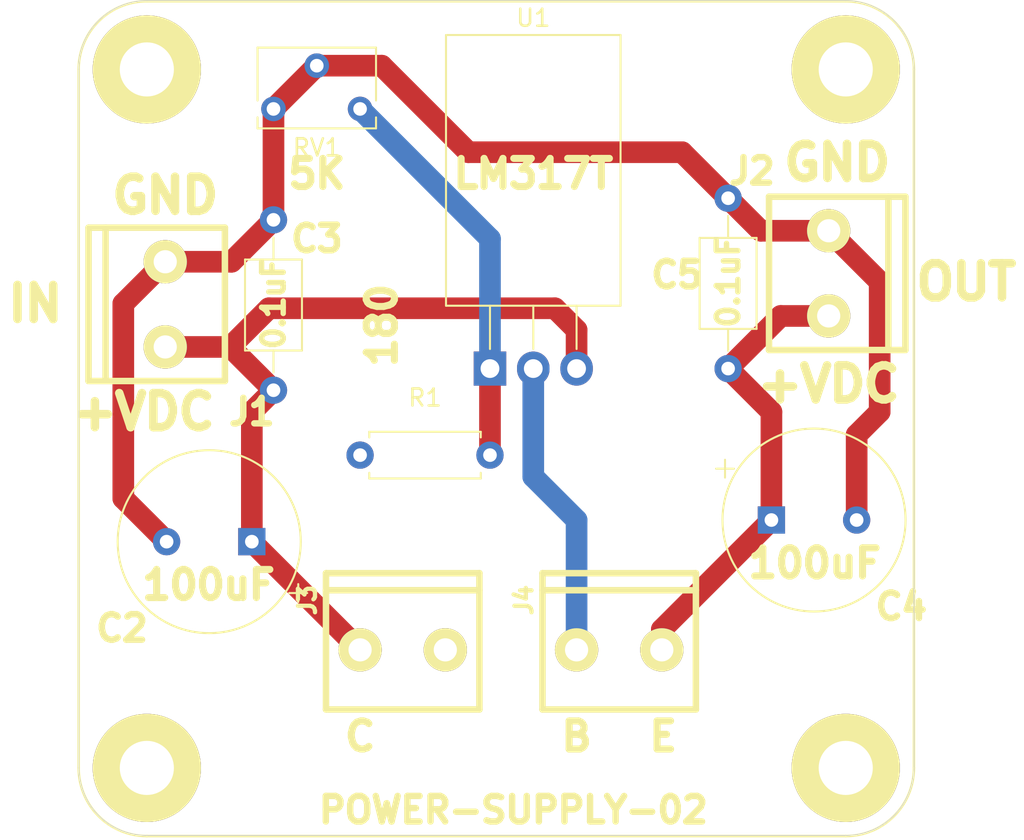
<source format=kicad_pcb>
(kicad_pcb (version 20171130) (host pcbnew "(5.1.0)-1")

  (general
    (thickness 1.6)
    (drawings 25)
    (tracks 38)
    (zones 0)
    (modules 12)
    (nets 6)
  )

  (page A4)
  (layers
    (0 F.Cu signal)
    (31 B.Cu signal)
    (32 B.Adhes user hide)
    (33 F.Adhes user hide)
    (34 B.Paste user hide)
    (35 F.Paste user hide)
    (36 B.SilkS user)
    (37 F.SilkS user)
    (38 B.Mask user)
    (39 F.Mask user)
    (40 Dwgs.User user)
    (41 Cmts.User user)
    (42 Eco1.User user hide)
    (43 Eco2.User user hide)
    (44 Edge.Cuts user)
    (45 Margin user hide)
    (46 B.CrtYd user hide)
    (47 F.CrtYd user hide)
    (48 B.Fab user hide)
    (49 F.Fab user hide)
  )

  (setup
    (last_trace_width 1.27)
    (user_trace_width 0.635)
    (user_trace_width 1.27)
    (trace_clearance 0.2)
    (zone_clearance 0.508)
    (zone_45_only no)
    (trace_min 0.2)
    (via_size 0.8)
    (via_drill 0.4)
    (via_min_size 0.4)
    (via_min_drill 0.3)
    (uvia_size 0.3)
    (uvia_drill 0.1)
    (uvias_allowed no)
    (uvia_min_size 0.2)
    (uvia_min_drill 0.1)
    (edge_width 0.05)
    (segment_width 0.2)
    (pcb_text_width 0.3)
    (pcb_text_size 1.5 1.5)
    (mod_edge_width 0.12)
    (mod_text_size 1 1)
    (mod_text_width 0.15)
    (pad_size 1.524 1.524)
    (pad_drill 0.762)
    (pad_to_mask_clearance 0.051)
    (solder_mask_min_width 0.25)
    (aux_axis_origin 0 0)
    (visible_elements 7FFFEF7F)
    (pcbplotparams
      (layerselection 0x010fc_ffffffff)
      (usegerberextensions false)
      (usegerberattributes false)
      (usegerberadvancedattributes false)
      (creategerberjobfile false)
      (excludeedgelayer true)
      (linewidth 0.100000)
      (plotframeref false)
      (viasonmask false)
      (mode 1)
      (useauxorigin false)
      (hpglpennumber 1)
      (hpglpenspeed 20)
      (hpglpendiameter 15.000000)
      (psnegative false)
      (psa4output false)
      (plotreference true)
      (plotvalue true)
      (plotinvisibletext false)
      (padsonsilk false)
      (subtractmaskfromsilk false)
      (outputformat 1)
      (mirror false)
      (drillshape 0)
      (scaleselection 1)
      (outputdirectory "plots/"))
  )

  (net 0 "")
  (net 1 /GND)
  (net 2 /Vin)
  (net 3 /Vout)
  (net 4 /B)
  (net 5 /ADJ)

  (net_class Default "This is the default net class."
    (clearance 0.2)
    (trace_width 0.25)
    (via_dia 0.8)
    (via_drill 0.4)
    (uvia_dia 0.3)
    (uvia_drill 0.1)
    (add_net /ADJ)
    (add_net /B)
    (add_net /GND)
    (add_net /Vin)
    (add_net /Vout)
  )

  (module Resistor_THT:R_Axial_DIN0207_L6.3mm_D2.5mm_P7.62mm_Horizontal (layer F.Cu) (tedit 5AE5139B) (tstamp 5FC3A33C)
    (at 16.51 26.67)
    (descr "Resistor, Axial_DIN0207 series, Axial, Horizontal, pin pitch=7.62mm, 0.25W = 1/4W, length*diameter=6.3*2.5mm^2, http://cdn-reichelt.de/documents/datenblatt/B400/1_4W%23YAG.pdf")
    (tags "Resistor Axial_DIN0207 series Axial Horizontal pin pitch 7.62mm 0.25W = 1/4W length 6.3mm diameter 2.5mm")
    (path /5FC3F763)
    (fp_text reference R1 (at 3.81 -3.37) (layer F.SilkS)
      (effects (font (size 1 1) (thickness 0.15)))
    )
    (fp_text value 180 (at 7.62 3.37) (layer F.Fab)
      (effects (font (size 1 1) (thickness 0.15)))
    )
    (fp_text user %R (at 7.62 0) (layer F.Fab)
      (effects (font (size 1 1) (thickness 0.15)))
    )
    (fp_line (start 8.67 -1.5) (end -1.05 -1.5) (layer F.CrtYd) (width 0.05))
    (fp_line (start 8.67 1.5) (end 8.67 -1.5) (layer F.CrtYd) (width 0.05))
    (fp_line (start -1.05 1.5) (end 8.67 1.5) (layer F.CrtYd) (width 0.05))
    (fp_line (start -1.05 -1.5) (end -1.05 1.5) (layer F.CrtYd) (width 0.05))
    (fp_line (start 7.08 1.37) (end 7.08 1.04) (layer F.SilkS) (width 0.12))
    (fp_line (start 0.54 1.37) (end 7.08 1.37) (layer F.SilkS) (width 0.12))
    (fp_line (start 0.54 1.04) (end 0.54 1.37) (layer F.SilkS) (width 0.12))
    (fp_line (start 7.08 -1.37) (end 7.08 -1.04) (layer F.SilkS) (width 0.12))
    (fp_line (start 0.54 -1.37) (end 7.08 -1.37) (layer F.SilkS) (width 0.12))
    (fp_line (start 0.54 -1.04) (end 0.54 -1.37) (layer F.SilkS) (width 0.12))
    (fp_line (start 7.62 0) (end 6.96 0) (layer F.Fab) (width 0.1))
    (fp_line (start 0 0) (end 0.66 0) (layer F.Fab) (width 0.1))
    (fp_line (start 6.96 -1.25) (end 0.66 -1.25) (layer F.Fab) (width 0.1))
    (fp_line (start 6.96 1.25) (end 6.96 -1.25) (layer F.Fab) (width 0.1))
    (fp_line (start 0.66 1.25) (end 6.96 1.25) (layer F.Fab) (width 0.1))
    (fp_line (start 0.66 -1.25) (end 0.66 1.25) (layer F.Fab) (width 0.1))
    (pad 2 thru_hole oval (at 7.62 0) (size 1.6 1.6) (drill 0.8) (layers *.Cu *.Mask)
      (net 5 /ADJ))
    (pad 1 thru_hole circle (at 0 0) (size 1.6 1.6) (drill 0.8) (layers *.Cu *.Mask)
      (net 4 /B))
    (model ${KISYS3DMOD}/Resistor_THT.3dshapes/R_Axial_DIN0207_L6.3mm_D2.5mm_P7.62mm_Horizontal.wrl
      (at (xyz 0 0 0))
      (scale (xyz 1 1 1))
      (rotate (xyz 0 0 0))
    )
  )

  (module Package_TO_SOT_THT:TO-220-3_Horizontal_TabDown (layer F.Cu) (tedit 5AC8BA0D) (tstamp 5FC410E7)
    (at 24.13 21.59)
    (descr "TO-220-3, Horizontal, RM 2.54mm, see https://www.vishay.com/docs/66542/to-220-1.pdf")
    (tags "TO-220-3 Horizontal RM 2.54mm")
    (path /5FC3B221)
    (fp_text reference U1 (at 2.54 -20.58) (layer F.SilkS)
      (effects (font (size 1 1) (thickness 0.15)))
    )
    (fp_text value LM317T_TO220 (at 2.54 2) (layer F.Fab)
      (effects (font (size 1 1) (thickness 0.15)))
    )
    (fp_circle (center 2.54 -16.66) (end 4.39 -16.66) (layer F.Fab) (width 0.1))
    (fp_line (start -2.46 -13.06) (end -2.46 -19.46) (layer F.Fab) (width 0.1))
    (fp_line (start -2.46 -19.46) (end 7.54 -19.46) (layer F.Fab) (width 0.1))
    (fp_line (start 7.54 -19.46) (end 7.54 -13.06) (layer F.Fab) (width 0.1))
    (fp_line (start 7.54 -13.06) (end -2.46 -13.06) (layer F.Fab) (width 0.1))
    (fp_line (start -2.46 -3.81) (end -2.46 -13.06) (layer F.Fab) (width 0.1))
    (fp_line (start -2.46 -13.06) (end 7.54 -13.06) (layer F.Fab) (width 0.1))
    (fp_line (start 7.54 -13.06) (end 7.54 -3.81) (layer F.Fab) (width 0.1))
    (fp_line (start 7.54 -3.81) (end -2.46 -3.81) (layer F.Fab) (width 0.1))
    (fp_line (start 0 -3.81) (end 0 0) (layer F.Fab) (width 0.1))
    (fp_line (start 2.54 -3.81) (end 2.54 0) (layer F.Fab) (width 0.1))
    (fp_line (start 5.08 -3.81) (end 5.08 0) (layer F.Fab) (width 0.1))
    (fp_line (start -2.58 -3.69) (end 7.66 -3.69) (layer F.SilkS) (width 0.12))
    (fp_line (start -2.58 -19.58) (end 7.66 -19.58) (layer F.SilkS) (width 0.12))
    (fp_line (start -2.58 -19.58) (end -2.58 -3.69) (layer F.SilkS) (width 0.12))
    (fp_line (start 7.66 -19.58) (end 7.66 -3.69) (layer F.SilkS) (width 0.12))
    (fp_line (start 0 -3.69) (end 0 -1.15) (layer F.SilkS) (width 0.12))
    (fp_line (start 2.54 -3.69) (end 2.54 -1.15) (layer F.SilkS) (width 0.12))
    (fp_line (start 5.08 -3.69) (end 5.08 -1.15) (layer F.SilkS) (width 0.12))
    (fp_line (start -2.71 -19.71) (end -2.71 1.25) (layer F.CrtYd) (width 0.05))
    (fp_line (start -2.71 1.25) (end 7.79 1.25) (layer F.CrtYd) (width 0.05))
    (fp_line (start 7.79 1.25) (end 7.79 -19.71) (layer F.CrtYd) (width 0.05))
    (fp_line (start 7.79 -19.71) (end -2.71 -19.71) (layer F.CrtYd) (width 0.05))
    (fp_text user %R (at 2.54 -20.58) (layer F.Fab)
      (effects (font (size 1 1) (thickness 0.15)))
    )
    (pad "" np_thru_hole oval (at 2.54 -16.66) (size 3.5 3.5) (drill 3.5) (layers *.Cu *.Mask))
    (pad 1 thru_hole rect (at 0 0) (size 1.905 2) (drill 1.1) (layers *.Cu *.Mask)
      (net 5 /ADJ))
    (pad 2 thru_hole oval (at 2.54 0) (size 1.905 2) (drill 1.1) (layers *.Cu *.Mask)
      (net 4 /B))
    (pad 3 thru_hole oval (at 5.08 0) (size 1.905 2) (drill 1.1) (layers *.Cu *.Mask)
      (net 2 /Vin))
    (model ${KISYS3DMOD}/Package_TO_SOT_THT.3dshapes/TO-220-3_Horizontal_TabDown.wrl
      (at (xyz 0 0 0))
      (scale (xyz 1 1 1))
      (rotate (xyz 0 0 0))
    )
  )

  (module Capacitor_THT:CP_Radial_Tantal_D10.5mm_P5.00mm (layer F.Cu) (tedit 5AE50EF0) (tstamp 5F79B9EF)
    (at 10.16 31.75 180)
    (descr "CP, Radial_Tantal series, Radial, pin pitch=5.00mm, , diameter=10.5mm, Tantal Electrolytic Capacitor, http://cdn-reichelt.de/documents/datenblatt/B300/TANTAL-TB-Serie%23.pdf")
    (tags "CP Radial_Tantal series Radial pin pitch 5.00mm  diameter 10.5mm Tantal Electrolytic Capacitor")
    (path /5F79D6B1)
    (fp_text reference C2 (at 7.62 -5.08) (layer F.SilkS)
      (effects (font (size 1.5 1.5) (thickness 0.45)))
    )
    (fp_text value 10uF (at 2.5 6.5) (layer F.Fab)
      (effects (font (size 1 1) (thickness 0.15)))
    )
    (fp_text user %R (at 2.5 0) (layer F.SilkS) hide
      (effects (font (size 1.5 1.5) (thickness 0.375)))
    )
    (fp_line (start -2.722133 -3.54) (end -2.722133 -2.49) (layer F.SilkS) (width 0.12))
    (fp_line (start -3.247133 -3.015) (end -2.197133 -3.015) (layer F.SilkS) (width 0.12))
    (fp_line (start -1.479387 -2.8225) (end -1.479387 -1.7725) (layer F.Fab) (width 0.1))
    (fp_line (start -2.004387 -2.2975) (end -0.954387 -2.2975) (layer F.Fab) (width 0.1))
    (fp_circle (center 2.5 0) (end 8 0) (layer F.CrtYd) (width 0.05))
    (fp_circle (center 2.5 0) (end 7.87 0) (layer F.SilkS) (width 0.12))
    (fp_circle (center 2.5 0) (end 7.75 0) (layer F.Fab) (width 0.1))
    (pad 2 thru_hole circle (at 5 0 180) (size 1.6 1.6) (drill 0.8) (layers *.Cu *.Mask)
      (net 1 /GND))
    (pad 1 thru_hole rect (at 0 0 180) (size 1.6 1.6) (drill 0.8) (layers *.Cu *.Mask)
      (net 2 /Vin))
    (model ${KISYS3DMOD}/Capacitor_THT.3dshapes/CP_Radial_Tantal_D10.5mm_P5.00mm.wrl
      (at (xyz 0 0 0))
      (scale (xyz 1 1 1))
      (rotate (xyz 0 0 0))
    )
  )

  (module Capacitor_THT:C_Axial_L5.1mm_D3.1mm_P10.00mm_Horizontal (layer F.Cu) (tedit 5AE50EF0) (tstamp 5F79BA06)
    (at 11.43 22.86 90)
    (descr "C, Axial series, Axial, Horizontal, pin pitch=10mm, , length*diameter=5.1*3.1mm^2, http://www.vishay.com/docs/45231/arseries.pdf")
    (tags "C Axial series Axial Horizontal pin pitch 10mm  length 5.1mm diameter 3.1mm")
    (path /5F79E297)
    (fp_text reference C3 (at 8.89 2.54 180) (layer F.SilkS)
      (effects (font (size 1.5 1.5) (thickness 0.45)))
    )
    (fp_text value 0.1uF (at 5 2.67 90) (layer F.Fab)
      (effects (font (size 1 1) (thickness 0.15)))
    )
    (fp_line (start 2.45 -1.55) (end 2.45 1.55) (layer F.Fab) (width 0.1))
    (fp_line (start 2.45 1.55) (end 7.55 1.55) (layer F.Fab) (width 0.1))
    (fp_line (start 7.55 1.55) (end 7.55 -1.55) (layer F.Fab) (width 0.1))
    (fp_line (start 7.55 -1.55) (end 2.45 -1.55) (layer F.Fab) (width 0.1))
    (fp_line (start 0 0) (end 2.45 0) (layer F.Fab) (width 0.1))
    (fp_line (start 10 0) (end 7.55 0) (layer F.Fab) (width 0.1))
    (fp_line (start 2.33 -1.67) (end 2.33 1.67) (layer F.SilkS) (width 0.12))
    (fp_line (start 2.33 1.67) (end 7.67 1.67) (layer F.SilkS) (width 0.12))
    (fp_line (start 7.67 1.67) (end 7.67 -1.67) (layer F.SilkS) (width 0.12))
    (fp_line (start 7.67 -1.67) (end 2.33 -1.67) (layer F.SilkS) (width 0.12))
    (fp_line (start 1.04 0) (end 2.33 0) (layer F.SilkS) (width 0.12))
    (fp_line (start 8.96 0) (end 7.67 0) (layer F.SilkS) (width 0.12))
    (fp_line (start -1.05 -1.8) (end -1.05 1.8) (layer F.CrtYd) (width 0.05))
    (fp_line (start -1.05 1.8) (end 11.05 1.8) (layer F.CrtYd) (width 0.05))
    (fp_line (start 11.05 1.8) (end 11.05 -1.8) (layer F.CrtYd) (width 0.05))
    (fp_line (start 11.05 -1.8) (end -1.05 -1.8) (layer F.CrtYd) (width 0.05))
    (fp_text user %R (at 5 0 90) (layer F.SilkS) hide
      (effects (font (size 1.5 1.5) (thickness 0.375)))
    )
    (pad 1 thru_hole circle (at 0 0 90) (size 1.6 1.6) (drill 0.8) (layers *.Cu *.Mask)
      (net 2 /Vin))
    (pad 2 thru_hole oval (at 10 0 90) (size 1.6 1.6) (drill 0.8) (layers *.Cu *.Mask)
      (net 1 /GND))
    (model ${KISYS3DMOD}/Capacitor_THT.3dshapes/C_Axial_L5.1mm_D3.1mm_P10.00mm_Horizontal.wrl
      (at (xyz 0 0 0))
      (scale (xyz 1 1 1))
      (rotate (xyz 0 0 0))
    )
  )

  (module Capacitor_THT:CP_Radial_Tantal_D10.5mm_P5.00mm (layer F.Cu) (tedit 5AE50EF0) (tstamp 5F79BA14)
    (at 40.64 30.48)
    (descr "CP, Radial_Tantal series, Radial, pin pitch=5.00mm, , diameter=10.5mm, Tantal Electrolytic Capacitor, http://cdn-reichelt.de/documents/datenblatt/B300/TANTAL-TB-Serie%23.pdf")
    (tags "CP Radial_Tantal series Radial pin pitch 5.00mm  diameter 10.5mm Tantal Electrolytic Capacitor")
    (path /5F7A7FA6)
    (fp_text reference C4 (at 7.62 5.08) (layer F.SilkS)
      (effects (font (size 1.5 1.5) (thickness 0.45)))
    )
    (fp_text value 100uF (at 2.5 6.5) (layer F.Fab)
      (effects (font (size 1 1) (thickness 0.15)))
    )
    (fp_circle (center 2.5 0) (end 7.75 0) (layer F.Fab) (width 0.1))
    (fp_circle (center 2.5 0) (end 7.87 0) (layer F.SilkS) (width 0.12))
    (fp_circle (center 2.5 0) (end 8 0) (layer F.CrtYd) (width 0.05))
    (fp_line (start -2.004387 -2.2975) (end -0.954387 -2.2975) (layer F.Fab) (width 0.1))
    (fp_line (start -1.479387 -2.8225) (end -1.479387 -1.7725) (layer F.Fab) (width 0.1))
    (fp_line (start -3.247133 -3.015) (end -2.197133 -3.015) (layer F.SilkS) (width 0.12))
    (fp_line (start -2.722133 -3.54) (end -2.722133 -2.49) (layer F.SilkS) (width 0.12))
    (fp_text user %R (at 2.5 0) (layer F.SilkS) hide
      (effects (font (size 1.5 1.5) (thickness 0.375)))
    )
    (pad 1 thru_hole rect (at 0 0) (size 1.6 1.6) (drill 0.8) (layers *.Cu *.Mask)
      (net 3 /Vout))
    (pad 2 thru_hole circle (at 5 0) (size 1.6 1.6) (drill 0.8) (layers *.Cu *.Mask)
      (net 1 /GND))
    (model ${KISYS3DMOD}/Capacitor_THT.3dshapes/CP_Radial_Tantal_D10.5mm_P5.00mm.wrl
      (at (xyz 0 0 0))
      (scale (xyz 1 1 1))
      (rotate (xyz 0 0 0))
    )
  )

  (module Capacitor_THT:C_Axial_L5.1mm_D3.1mm_P10.00mm_Horizontal (layer F.Cu) (tedit 5AE50EF0) (tstamp 5F79BA2B)
    (at 38.1 21.59 90)
    (descr "C, Axial series, Axial, Horizontal, pin pitch=10mm, , length*diameter=5.1*3.1mm^2, http://www.vishay.com/docs/45231/arseries.pdf")
    (tags "C Axial series Axial Horizontal pin pitch 10mm  length 5.1mm diameter 3.1mm")
    (path /5F7A947D)
    (fp_text reference C5 (at 5.5 -3 180) (layer F.SilkS)
      (effects (font (size 1.5 1.5) (thickness 0.45)))
    )
    (fp_text value 0.1uF (at 5 2.67 90) (layer F.Fab)
      (effects (font (size 1 1) (thickness 0.15)))
    )
    (fp_text user %R (at 5 0 90) (layer F.SilkS) hide
      (effects (font (size 1.5 1.5) (thickness 0.375)))
    )
    (fp_line (start 11.05 -1.8) (end -1.05 -1.8) (layer F.CrtYd) (width 0.05))
    (fp_line (start 11.05 1.8) (end 11.05 -1.8) (layer F.CrtYd) (width 0.05))
    (fp_line (start -1.05 1.8) (end 11.05 1.8) (layer F.CrtYd) (width 0.05))
    (fp_line (start -1.05 -1.8) (end -1.05 1.8) (layer F.CrtYd) (width 0.05))
    (fp_line (start 8.96 0) (end 7.67 0) (layer F.SilkS) (width 0.12))
    (fp_line (start 1.04 0) (end 2.33 0) (layer F.SilkS) (width 0.12))
    (fp_line (start 7.67 -1.67) (end 2.33 -1.67) (layer F.SilkS) (width 0.12))
    (fp_line (start 7.67 1.67) (end 7.67 -1.67) (layer F.SilkS) (width 0.12))
    (fp_line (start 2.33 1.67) (end 7.67 1.67) (layer F.SilkS) (width 0.12))
    (fp_line (start 2.33 -1.67) (end 2.33 1.67) (layer F.SilkS) (width 0.12))
    (fp_line (start 10 0) (end 7.55 0) (layer F.Fab) (width 0.1))
    (fp_line (start 0 0) (end 2.45 0) (layer F.Fab) (width 0.1))
    (fp_line (start 7.55 -1.55) (end 2.45 -1.55) (layer F.Fab) (width 0.1))
    (fp_line (start 7.55 1.55) (end 7.55 -1.55) (layer F.Fab) (width 0.1))
    (fp_line (start 2.45 1.55) (end 7.55 1.55) (layer F.Fab) (width 0.1))
    (fp_line (start 2.45 -1.55) (end 2.45 1.55) (layer F.Fab) (width 0.1))
    (pad 2 thru_hole oval (at 10 0 90) (size 1.6 1.6) (drill 0.8) (layers *.Cu *.Mask)
      (net 1 /GND))
    (pad 1 thru_hole circle (at 0 0 90) (size 1.6 1.6) (drill 0.8) (layers *.Cu *.Mask)
      (net 3 /Vout))
    (model ${KISYS3DMOD}/Capacitor_THT.3dshapes/C_Axial_L5.1mm_D3.1mm_P10.00mm_Horizontal.wrl
      (at (xyz 0 0 0))
      (scale (xyz 1 1 1))
      (rotate (xyz 0 0 0))
    )
  )

  (module LandBoards_Conns:TB2-5MM (layer F.Cu) (tedit 5CF902C9) (tstamp 5F79BAB6)
    (at 5.08 20.32 90)
    (path /5F7A0325)
    (fp_text reference J1 (at -3.81 5.08) (layer F.SilkS)
      (effects (font (size 1.5 1.5) (thickness 0.45)))
    )
    (fp_text value Conn_01x02 (at 2 5 90) (layer F.SilkS) hide
      (effects (font (size 1.524 1.524) (thickness 0.3048)))
    )
    (fp_line (start -2 -4.5) (end -2 3.5) (layer F.SilkS) (width 0.381))
    (fp_line (start 7 -4.5) (end 7 3.5) (layer F.SilkS) (width 0.381))
    (fp_line (start -2 3.5) (end 7 3.5) (layer F.SilkS) (width 0.381))
    (fp_line (start -2 -3.5) (end 7 -3.5) (layer F.SilkS) (width 0.381))
    (fp_line (start -2 -4.5) (end 7 -4.5) (layer F.SilkS) (width 0.381))
    (fp_line (start -2.27 -4.8) (end 7.25 -4.8) (layer F.CrtYd) (width 0.05))
    (fp_line (start 7.25 -4.8) (end 7.25 3.76) (layer F.CrtYd) (width 0.05))
    (fp_line (start 7.25 3.76) (end -2.27 3.76) (layer F.CrtYd) (width 0.05))
    (fp_line (start -2.27 3.76) (end -2.27 -4.8) (layer F.CrtYd) (width 0.05))
    (pad 1 thru_hole circle (at 0 0 90) (size 2.54 2.54) (drill 1.3589) (layers *.Cu *.Mask F.SilkS)
      (net 2 /Vin))
    (pad 2 thru_hole circle (at 5 0 90) (size 2.54 2.54) (drill 1.3589) (layers *.Cu *.Mask F.SilkS)
      (net 1 /GND))
  )

  (module LandBoards_Conns:TB2-5MM (layer F.Cu) (tedit 5CF902C9) (tstamp 5F79BAC5)
    (at 44 13.5 270)
    (path /5F79F8CF)
    (fp_text reference J2 (at -3.5 4.5) (layer F.SilkS)
      (effects (font (size 1.5 1.5) (thickness 0.45)))
    )
    (fp_text value Conn_01x02 (at 2 5 90) (layer F.SilkS) hide
      (effects (font (size 1.524 1.524) (thickness 0.3048)))
    )
    (fp_line (start -2.27 3.76) (end -2.27 -4.8) (layer F.CrtYd) (width 0.05))
    (fp_line (start 7.25 3.76) (end -2.27 3.76) (layer F.CrtYd) (width 0.05))
    (fp_line (start 7.25 -4.8) (end 7.25 3.76) (layer F.CrtYd) (width 0.05))
    (fp_line (start -2.27 -4.8) (end 7.25 -4.8) (layer F.CrtYd) (width 0.05))
    (fp_line (start -2 -4.5) (end 7 -4.5) (layer F.SilkS) (width 0.381))
    (fp_line (start -2 -3.5) (end 7 -3.5) (layer F.SilkS) (width 0.381))
    (fp_line (start -2 3.5) (end 7 3.5) (layer F.SilkS) (width 0.381))
    (fp_line (start 7 -4.5) (end 7 3.5) (layer F.SilkS) (width 0.381))
    (fp_line (start -2 -4.5) (end -2 3.5) (layer F.SilkS) (width 0.381))
    (pad 2 thru_hole circle (at 5 0 270) (size 2.54 2.54) (drill 1.3589) (layers *.Cu *.Mask F.SilkS)
      (net 3 /Vout))
    (pad 1 thru_hole circle (at 0 0 270) (size 2.54 2.54) (drill 1.3589) (layers *.Cu *.Mask F.SilkS)
      (net 1 /GND))
  )

  (module LandBoards_BoardOutlines:BD-49X49 (layer F.Cu) (tedit 524856E1) (tstamp 5F7A1A77)
    (at 0 49.03)
    (path /5F7B1D56)
    (fp_text reference B1 (at 0 1) (layer F.SilkS) hide
      (effects (font (size 1.5 1.5) (thickness 0.45)))
    )
    (fp_text value COUPON (at 0 0) (layer F.SilkS) hide
      (effects (font (size 1 1) (thickness 0.15)))
    )
    (fp_line (start 4 0) (end 45 0) (layer F.SilkS) (width 0.15))
    (fp_line (start 0 -45) (end 0 -4) (layer F.SilkS) (width 0.15))
    (fp_line (start 45 -49) (end 4 -49) (layer F.SilkS) (width 0.15))
    (fp_line (start 49 -4) (end 49 -45) (layer F.SilkS) (width 0.15))
    (fp_arc (start 4 -4) (end 4 0) (angle 90) (layer F.SilkS) (width 0.15))
    (fp_arc (start 45 -4) (end 49 -4) (angle 90) (layer F.SilkS) (width 0.15))
    (fp_arc (start 45 -45) (end 45 -49) (angle 90) (layer F.SilkS) (width 0.15))
    (fp_arc (start 4 -45) (end 0 -45) (angle 90) (layer F.SilkS) (width 0.15))
    (pad 1 thru_hole circle (at 4 -45) (size 6.35 6.35) (drill 3.175) (layers *.Cu *.Mask F.SilkS))
    (pad 2 thru_hole circle (at 45 -45) (size 6.35 6.35) (drill 3.175) (layers *.Cu *.Mask F.SilkS))
    (pad 3 thru_hole circle (at 4 -4) (size 6.35 6.35) (drill 3.175) (layers *.Cu *.Mask F.SilkS))
    (pad 4 thru_hole circle (at 45 -4) (size 6.35 6.35) (drill 3.175) (layers *.Cu *.Mask F.SilkS))
  )

  (module LandBoards_Conns:TB2-5MM (layer F.Cu) (tedit 5CF902C9) (tstamp 5FC3A316)
    (at 16.51 38.1)
    (path /5FC45EE3)
    (fp_text reference J3 (at -3.095 -2.92 90) (layer F.SilkS)
      (effects (font (size 1 1) (thickness 0.25)))
    )
    (fp_text value Conn_01x02 (at 2 5) (layer F.SilkS) hide
      (effects (font (size 1.524 1.524) (thickness 0.3048)))
    )
    (fp_line (start -2 -4.5) (end -2 3.5) (layer F.SilkS) (width 0.381))
    (fp_line (start 7 -4.5) (end 7 3.5) (layer F.SilkS) (width 0.381))
    (fp_line (start -2 3.5) (end 7 3.5) (layer F.SilkS) (width 0.381))
    (fp_line (start -2 -3.5) (end 7 -3.5) (layer F.SilkS) (width 0.381))
    (fp_line (start -2 -4.5) (end 7 -4.5) (layer F.SilkS) (width 0.381))
    (fp_line (start -2.27 -4.8) (end 7.25 -4.8) (layer F.CrtYd) (width 0.05))
    (fp_line (start 7.25 -4.8) (end 7.25 3.76) (layer F.CrtYd) (width 0.05))
    (fp_line (start 7.25 3.76) (end -2.27 3.76) (layer F.CrtYd) (width 0.05))
    (fp_line (start -2.27 3.76) (end -2.27 -4.8) (layer F.CrtYd) (width 0.05))
    (pad 1 thru_hole circle (at 0 0) (size 2.54 2.54) (drill 1.3589) (layers *.Cu *.Mask F.SilkS)
      (net 2 /Vin))
    (pad 2 thru_hole circle (at 5 0) (size 2.54 2.54) (drill 1.3589) (layers *.Cu *.Mask F.SilkS))
  )

  (module LandBoards_Conns:TB2-5MM (layer F.Cu) (tedit 5CF902C9) (tstamp 5FC3A325)
    (at 29.21 38.1)
    (path /5FC45204)
    (fp_text reference J4 (at -3.095 -2.92 90) (layer F.SilkS)
      (effects (font (size 1 1) (thickness 0.25)))
    )
    (fp_text value Conn_01x02 (at 2 5) (layer F.SilkS) hide
      (effects (font (size 1.524 1.524) (thickness 0.3048)))
    )
    (fp_line (start -2.27 3.76) (end -2.27 -4.8) (layer F.CrtYd) (width 0.05))
    (fp_line (start 7.25 3.76) (end -2.27 3.76) (layer F.CrtYd) (width 0.05))
    (fp_line (start 7.25 -4.8) (end 7.25 3.76) (layer F.CrtYd) (width 0.05))
    (fp_line (start -2.27 -4.8) (end 7.25 -4.8) (layer F.CrtYd) (width 0.05))
    (fp_line (start -2 -4.5) (end 7 -4.5) (layer F.SilkS) (width 0.381))
    (fp_line (start -2 -3.5) (end 7 -3.5) (layer F.SilkS) (width 0.381))
    (fp_line (start -2 3.5) (end 7 3.5) (layer F.SilkS) (width 0.381))
    (fp_line (start 7 -4.5) (end 7 3.5) (layer F.SilkS) (width 0.381))
    (fp_line (start -2 -4.5) (end -2 3.5) (layer F.SilkS) (width 0.381))
    (pad 2 thru_hole circle (at 5 0) (size 2.54 2.54) (drill 1.3589) (layers *.Cu *.Mask F.SilkS)
      (net 3 /Vout))
    (pad 1 thru_hole circle (at 0 0) (size 2.54 2.54) (drill 1.3589) (layers *.Cu *.Mask F.SilkS)
      (net 4 /B))
  )

  (module Potentiometer_THT:Potentiometer_Bourns_3266W_Vertical (layer F.Cu) (tedit 5A3D4994) (tstamp 5FC3A355)
    (at 11.43 6.35 180)
    (descr "Potentiometer, vertical, Bourns 3266W, https://www.bourns.com/docs/Product-Datasheets/3266.pdf")
    (tags "Potentiometer vertical Bourns 3266W")
    (path /5FC3E3E8)
    (fp_text reference RV1 (at -2.54 -2.27) (layer F.SilkS)
      (effects (font (size 1 1) (thickness 0.15)))
    )
    (fp_text value 5K (at -2.54 4.73) (layer F.Fab)
      (effects (font (size 1 1) (thickness 0.15)))
    )
    (fp_circle (center -0.455 2.21) (end 0.435 2.21) (layer F.Fab) (width 0.1))
    (fp_line (start -5.895 -1.02) (end -5.895 3.48) (layer F.Fab) (width 0.1))
    (fp_line (start -5.895 3.48) (end 0.815 3.48) (layer F.Fab) (width 0.1))
    (fp_line (start 0.815 3.48) (end 0.815 -1.02) (layer F.Fab) (width 0.1))
    (fp_line (start 0.815 -1.02) (end -5.895 -1.02) (layer F.Fab) (width 0.1))
    (fp_line (start -0.455 3.092) (end -0.454 1.329) (layer F.Fab) (width 0.1))
    (fp_line (start -0.455 3.092) (end -0.454 1.329) (layer F.Fab) (width 0.1))
    (fp_line (start -6.015 -1.14) (end 0.935 -1.14) (layer F.SilkS) (width 0.12))
    (fp_line (start -6.015 3.6) (end 0.935 3.6) (layer F.SilkS) (width 0.12))
    (fp_line (start -6.015 -1.14) (end -6.015 -0.495) (layer F.SilkS) (width 0.12))
    (fp_line (start -6.015 0.495) (end -6.015 3.6) (layer F.SilkS) (width 0.12))
    (fp_line (start 0.935 -1.14) (end 0.935 -0.495) (layer F.SilkS) (width 0.12))
    (fp_line (start 0.935 0.495) (end 0.935 3.6) (layer F.SilkS) (width 0.12))
    (fp_line (start -6.15 -1.3) (end -6.15 3.75) (layer F.CrtYd) (width 0.05))
    (fp_line (start -6.15 3.75) (end 1.1 3.75) (layer F.CrtYd) (width 0.05))
    (fp_line (start 1.1 3.75) (end 1.1 -1.3) (layer F.CrtYd) (width 0.05))
    (fp_line (start 1.1 -1.3) (end -6.15 -1.3) (layer F.CrtYd) (width 0.05))
    (fp_text user %R (at -3.175 1.23) (layer F.Fab)
      (effects (font (size 0.91 0.91) (thickness 0.15)))
    )
    (pad 1 thru_hole circle (at 0 0 180) (size 1.44 1.44) (drill 0.8) (layers *.Cu *.Mask)
      (net 1 /GND))
    (pad 2 thru_hole circle (at -2.54 2.54 180) (size 1.44 1.44) (drill 0.8) (layers *.Cu *.Mask)
      (net 1 /GND))
    (pad 3 thru_hole circle (at -5.08 0 180) (size 1.44 1.44) (drill 0.8) (layers *.Cu *.Mask)
      (net 5 /ADJ))
    (model ${KISYS3DMOD}/Potentiometer_THT.3dshapes/Potentiometer_Bourns_3266W_Vertical.wrl
      (at (xyz 0 0 0))
      (scale (xyz 1 1 1))
      (rotate (xyz 0 0 0))
    )
  )

  (gr_text OUT (at 52.07 16.51) (layer F.SilkS) (tstamp 5FC3AC4A)
    (effects (font (size 2 2) (thickness 0.5)))
  )
  (gr_text +VDC (at 3.81 24.13) (layer F.SilkS) (tstamp 5FC3AC26)
    (effects (font (size 2 2) (thickness 0.5)))
  )
  (gr_text GND (at 5.08 11.43) (layer F.SilkS) (tstamp 5FC3ABE3)
    (effects (font (size 2 2) (thickness 0.5)))
  )
  (gr_text 180 (at 17.78 19.05 90) (layer F.SilkS) (tstamp 5FC3AB80)
    (effects (font (size 1.651 1.6604) (thickness 0.41275)))
  )
  (gr_text 5K (at 13.97 10.16) (layer F.SilkS) (tstamp 5FC3AB69)
    (effects (font (size 1.651 1.6604) (thickness 0.41275)))
  )
  (gr_text 0.1uF (at 38.1 16.51 90) (layer F.SilkS) (tstamp 5FC3AB67)
    (effects (font (size 1.27 1.27) (thickness 0.3175)))
  )
  (gr_text 0.1uF (at 11.43 17.78 90) (layer F.SilkS) (tstamp 5FC3AB5F)
    (effects (font (size 1.27 1.27) (thickness 0.3175)))
  )
  (gr_text LM317T (at 26.67 10.16) (layer F.SilkS) (tstamp 5FC3AB5C)
    (effects (font (size 1.651 1.6604) (thickness 0.41275)))
  )
  (gr_text 100uF (at 43.18 33.02) (layer F.SilkS) (tstamp 5FC3AB5A)
    (effects (font (size 1.651 1.6604) (thickness 0.41275)))
  )
  (gr_text 100uF (at 7.62 34.29) (layer F.SilkS) (tstamp 5FC3AB56)
    (effects (font (size 1.651 1.6604) (thickness 0.41275)))
  )
  (gr_text E (at 34.29 43.18) (layer F.SilkS) (tstamp 5FC3AA5E)
    (effects (font (size 1.651 1.6604) (thickness 0.41275)))
  )
  (gr_text B (at 29.21 43.18) (layer F.SilkS) (tstamp 5FC3AA5B)
    (effects (font (size 1.651 1.6604) (thickness 0.41275)))
  )
  (gr_text C (at 16.51 43.18) (layer F.SilkS)
    (effects (font (size 1.651 1.6604) (thickness 0.41275)))
  )
  (gr_text IN (at -2.54 17.78) (layer F.SilkS) (tstamp 5F7A283D)
    (effects (font (size 2 2) (thickness 0.5)))
  )
  (gr_text GND (at 44.5 9.5) (layer F.SilkS) (tstamp 5F7A2081)
    (effects (font (size 2 2) (thickness 0.5)))
  )
  (gr_text +VDC (at 44 22.5) (layer F.SilkS)
    (effects (font (size 2 2) (thickness 0.5)))
  )
  (gr_text POWER-SUPPLY-02 (at 25.5 47.5) (layer F.SilkS)
    (effects (font (size 1.5 1.5) (thickness 0.375)))
  )
  (gr_arc (start 45 4) (end 49 4) (angle -90) (layer Edge.Cuts) (width 0.05))
  (gr_arc (start 45 45) (end 45 49) (angle -90) (layer Edge.Cuts) (width 0.05))
  (gr_arc (start 4 45) (end 0 45) (angle -90) (layer Edge.Cuts) (width 0.05))
  (gr_arc (start 4 4) (end 4 0) (angle -90) (layer Edge.Cuts) (width 0.05))
  (gr_line (start 0 45) (end 0 4) (layer Edge.Cuts) (width 0.05))
  (gr_line (start 4 49) (end 45 49) (layer Edge.Cuts) (width 0.05))
  (gr_line (start 49 45) (end 49 4) (layer Edge.Cuts) (width 0.05))
  (gr_line (start 4 0) (end 45 0) (layer Edge.Cuts) (width 0.05))

  (segment (start 8.97 15.32) (end 11.43 12.86) (width 1.27) (layer F.Cu) (net 1) (status 20))
  (segment (start 5.08 15.32) (end 8.97 15.32) (width 1.27) (layer F.Cu) (net 1) (status 10))
  (segment (start 40.01 13.5) (end 38.1 11.59) (width 1.27) (layer F.Cu) (net 1) (status 20))
  (segment (start 44 13.5) (end 40.01 13.5) (width 1.27) (layer F.Cu) (net 1) (status 10))
  (segment (start 45.64 30.48) (end 45.64 25.48) (width 1.27) (layer F.Cu) (net 1) (status 10))
  (segment (start 45.64 25.48) (end 46.99 24.13) (width 1.27) (layer F.Cu) (net 1))
  (segment (start 46.99 16.49) (end 44 13.5) (width 1.27) (layer F.Cu) (net 1) (status 20))
  (segment (start 46.99 24.13) (end 46.99 16.49) (width 1.27) (layer F.Cu) (net 1))
  (segment (start 5.16 31.75) (end 2.62 29.21) (width 1.27) (layer F.Cu) (net 1) (status 10))
  (segment (start 2.62 17.78) (end 5.08 15.32) (width 1.27) (layer F.Cu) (net 1) (status 20))
  (segment (start 2.62 29.21) (end 2.62 17.78) (width 1.27) (layer F.Cu) (net 1))
  (segment (start 11.43 12.86) (end 11.43 6.35) (width 1.27) (layer F.Cu) (net 1))
  (segment (start 11.43 6.35) (end 13.97 3.81) (width 1.27) (layer F.Cu) (net 1))
  (segment (start 13.97 3.81) (end 17.78 3.81) (width 1.27) (layer F.Cu) (net 1))
  (segment (start 17.78 3.81) (end 22.86 8.89) (width 1.27) (layer F.Cu) (net 1))
  (segment (start 35.4 8.89) (end 38.1 11.59) (width 1.27) (layer F.Cu) (net 1))
  (segment (start 22.86 8.89) (end 35.4 8.89) (width 1.27) (layer F.Cu) (net 1))
  (segment (start 8.89 20.32) (end 11.43 22.86) (width 1.27) (layer F.Cu) (net 2) (status 20))
  (segment (start 5.08 20.32) (end 8.89 20.32) (width 1.27) (layer F.Cu) (net 2) (status 10))
  (segment (start 29.21 19.32) (end 27.94 18.05) (width 1.27) (layer F.Cu) (net 2))
  (segment (start 29.21 21.59) (end 29.21 19.32) (width 1.27) (layer F.Cu) (net 2) (status 10))
  (segment (start 11.16 18.05) (end 8.89 20.32) (width 1.27) (layer F.Cu) (net 2))
  (segment (start 27.94 18.05) (end 11.16 18.05) (width 1.27) (layer F.Cu) (net 2))
  (segment (start 10.16 24.13) (end 11.43 22.86) (width 1.27) (layer F.Cu) (net 2) (status 20))
  (segment (start 10.16 31.75) (end 10.16 24.13) (width 1.27) (layer F.Cu) (net 2) (status 10))
  (segment (start 10.16 31.75) (end 16.51 38.1) (width 1.27) (layer F.Cu) (net 2) (status 30))
  (segment (start 41.19 18.5) (end 38.1 21.59) (width 1.27) (layer F.Cu) (net 3) (status 20))
  (segment (start 44 18.5) (end 41.19 18.5) (width 1.27) (layer F.Cu) (net 3) (status 10))
  (segment (start 40.64 24.13) (end 38.1 21.59) (width 1.27) (layer F.Cu) (net 3) (status 20))
  (segment (start 40.64 30.48) (end 40.64 24.13) (width 1.27) (layer F.Cu) (net 3) (status 10))
  (segment (start 34.21 36.91) (end 40.64 30.48) (width 1.27) (layer F.Cu) (net 3) (status 30))
  (segment (start 34.21 38.1) (end 34.21 36.91) (width 1.27) (layer F.Cu) (net 3) (status 30))
  (segment (start 29.21 38.1) (end 29.21 30.48) (width 1.27) (layer B.Cu) (net 4) (status 10))
  (segment (start 26.67 27.94) (end 26.67 21.59) (width 1.27) (layer B.Cu) (net 4) (status 20))
  (segment (start 29.21 30.48) (end 26.67 27.94) (width 1.27) (layer B.Cu) (net 4))
  (segment (start 24.13 21.59) (end 24.13 26.67) (width 1.27) (layer F.Cu) (net 5))
  (segment (start 24.13 13.97) (end 16.51 6.35) (width 1.27) (layer B.Cu) (net 5))
  (segment (start 24.13 21.59) (end 24.13 13.97) (width 1.27) (layer B.Cu) (net 5))

)

</source>
